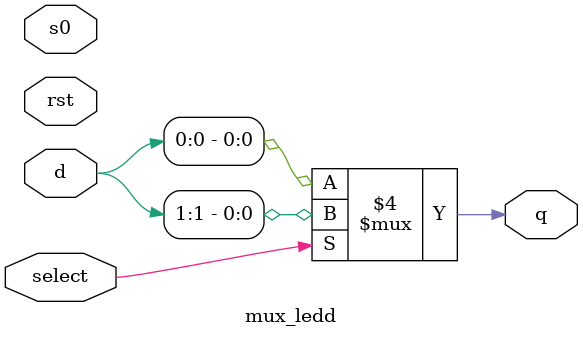
<source format=v>
module mux_ledd(input select,s0,rst, input[1:0] d, output reg q );

reg sel;
always @( select)
begin

					if (select==0)
						begin
							q = d[0];
						end
					else
						q = d[1];		

end
endmodule

</source>
